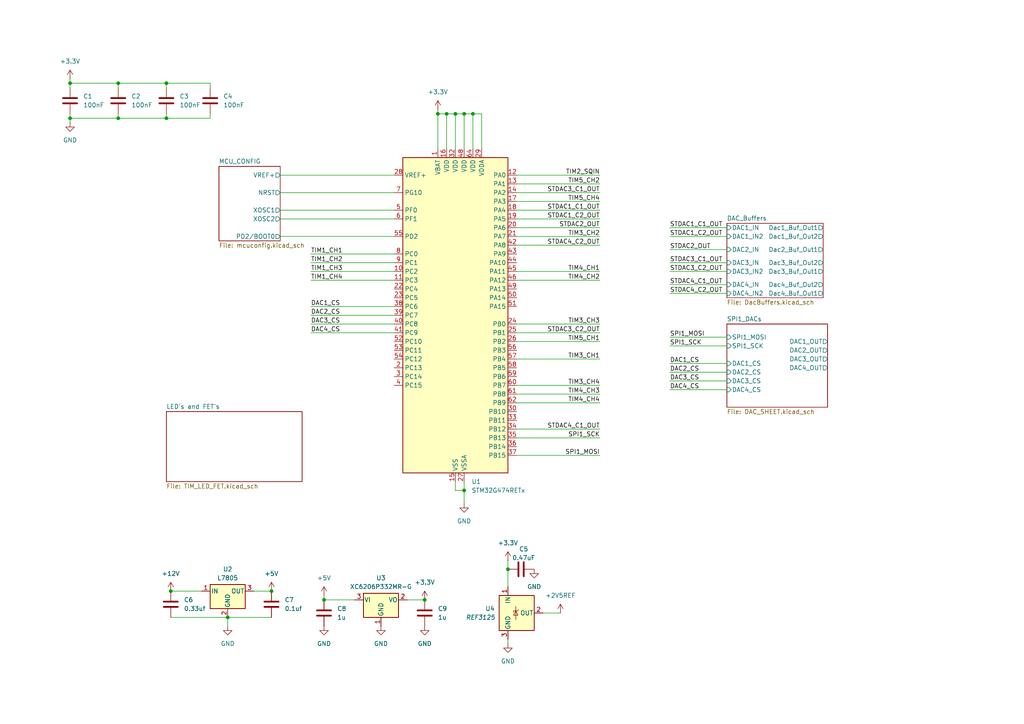
<source format=kicad_sch>
(kicad_sch (version 20250114) (generator "eeschema") (generator_version "9.0")
  (paper "A4")
  (lib_symbols
    (symbol "Device:C" (pin_numbers (hide yes)) (pin_names (offset 0.254))
      (property "Reference" "C" (at 0.635 2.54 0))
      (property "Value" "C" (at 0.635 -2.54 0))
      (symbol "C_0_1"
        (polyline (pts (xy -2.032 0.762) (xy 2.032 0.762)) (stroke (width 0.508)))
        (polyline (pts (xy -2.032 -0.762) (xy 2.032 -0.762)) (stroke (width 0.508)))
      )
      (symbol "C_1_1"
        (pin passive line (at 0 3.81 270) (length 2.794) (name "~") (number "1"))
        (pin passive line (at 0 -3.81 90) (length 2.794) (name "~") (number "2"))
      )
    )
    (symbol "MCU_ST_STM32G4:STM32G474RETx"
      (property "Reference" "U" (at -15.24 46.99 0))
      (property "Value" "STM32G474RETx" (at 10.16 46.99 0))
      (symbol "STM32G474RETx_0_1"
        (rectangle (start -15.24 -45.72) (end 15.24 45.72) (stroke (width 0.254)) (fill (type background)))
      )
      (symbol "STM32G474RETx_1_1"
        (pin input line (at -17.78 40.64 0) (length 2.54) (name "VREF+") (number "28"))
        (pin bidirectional line (at -17.78 35.56 0) (length 2.54) (name "PG10") (number "7"))
        (pin bidirectional line (at -17.78 30.48 0) (length 2.54) (name "PF0") (number "5"))
        (pin bidirectional line (at -17.78 27.94 0) (length 2.54) (name "PF1") (number "6"))
        (pin bidirectional line (at -17.78 22.86 0) (length 2.54) (name "PD2") (number "55"))
        (pin bidirectional line (at -17.78 17.78 0) (length 2.54) (name "PC0") (number "8"))
        (pin bidirectional line (at -17.78 15.24 0) (length 2.54) (name "PC1") (number "9"))
        (pin bidirectional line (at -17.78 12.7 0) (length 2.54) (name "PC2") (number "10"))
        (pin bidirectional line (at -17.78 10.16 0) (length 2.54) (name "PC3") (number "11"))
        (pin bidirectional line (at -17.78 7.62 0) (length 2.54) (name "PC4") (number "22"))
        (pin bidirectional line (at -17.78 5.08 0) (length 2.54) (name "PC5") (number "23"))
        (pin bidirectional line (at -17.78 2.54 0) (length 2.54) (name "PC6") (number "38"))
        (pin bidirectional line (at -17.78 0 0) (length 2.54) (name "PC7") (number "39"))
        (pin bidirectional line (at -17.78 -2.54 0) (length 2.54) (name "PC8") (number "40"))
        (pin bidirectional line (at -17.78 -5.08 0) (length 2.54) (name "PC9") (number "41"))
        (pin bidirectional line (at -17.78 -7.62 0) (length 2.54) (name "PC10") (number "52"))
        (pin bidirectional line (at -17.78 -10.16 0) (length 2.54) (name "PC11") (number "53"))
        (pin bidirectional line (at -17.78 -12.7 0) (length 2.54) (name "PC12") (number "54"))
        (pin bidirectional line (at -17.78 -15.24 0) (length 2.54) (name "PC13") (number "2"))
        (pin bidirectional line (at -17.78 -17.78 0) (length 2.54) (name "PC14") (number "3"))
        (pin bidirectional line (at -17.78 -20.32 0) (length 2.54) (name "PC15") (number "4"))
        (pin power_in line (at -5.08 48.26 270) (length 2.54) (name "VBAT") (number "1"))
        (pin power_in line (at -2.54 48.26 270) (length 2.54) (name "VDD") (number "16"))
        (pin power_in line (at 0 48.26 270) (length 2.54) (name "VDD") (number "32"))
        (pin power_in line (at 0 -48.26 90) (length 2.54) (name "VSS") (number "15"))
        (pin passive line (at 0 -48.26 90) (length 2.54) (hide yes) (name "VSS") (number "31"))
        (pin passive line (at 0 -48.26 90) (length 2.54) (hide yes) (name "VSS") (number "47"))
        (pin passive line (at 0 -48.26 90) (length 2.54) (hide yes) (name "VSS") (number "63"))
        (pin power_in line (at 2.54 48.26 270) (length 2.54) (name "VDD") (number "48"))
        (pin power_in line (at 2.54 -48.26 90) (length 2.54) (name "VSSA") (number "27"))
        (pin power_in line (at 5.08 48.26 270) (length 2.54) (name "VDD") (number "64"))
        (pin power_in line (at 7.62 48.26 270) (length 2.54) (name "VDDA") (number "29"))
        (pin bidirectional line (at 17.78 40.64 180) (length 2.54) (name "PA0") (number "12"))
        (pin bidirectional line (at 17.78 38.1 180) (length 2.54) (name "PA1") (number "13"))
        (pin bidirectional line (at 17.78 35.56 180) (length 2.54) (name "PA2") (number "14"))
        (pin bidirectional line (at 17.78 33.02 180) (length 2.54) (name "PA3") (number "17"))
        (pin bidirectional line (at 17.78 30.48 180) (length 2.54) (name "PA4") (number "18"))
        (pin bidirectional line (at 17.78 27.94 180) (length 2.54) (name "PA5") (number "19"))
        (pin bidirectional line (at 17.78 25.4 180) (length 2.54) (name "PA6") (number "20"))
        (pin bidirectional line (at 17.78 22.86 180) (length 2.54) (name "PA7") (number "21"))
        (pin bidirectional line (at 17.78 20.32 180) (length 2.54) (name "PA8") (number "42"))
        (pin bidirectional line (at 17.78 17.78 180) (length 2.54) (name "PA9") (number "43"))
        (pin bidirectional line (at 17.78 15.24 180) (length 2.54) (name "PA10") (number "44"))
        (pin bidirectional line (at 17.78 12.7 180) (length 2.54) (name "PA11") (number "45"))
        (pin bidirectional line (at 17.78 10.16 180) (length 2.54) (name "PA12") (number "46"))
        (pin bidirectional line (at 17.78 7.62 180) (length 2.54) (name "PA13") (number "49"))
        (pin bidirectional line (at 17.78 5.08 180) (length 2.54) (name "PA14") (number "50"))
        (pin bidirectional line (at 17.78 2.54 180) (length 2.54) (name "PA15") (number "51"))
        (pin bidirectional line (at 17.78 -2.54 180) (length 2.54) (name "PB0") (number "24"))
        (pin bidirectional line (at 17.78 -5.08 180) (length 2.54) (name "PB1") (number "25"))
        (pin bidirectional line (at 17.78 -7.62 180) (length 2.54) (name "PB2") (number "26"))
        (pin bidirectional line (at 17.78 -10.16 180) (length 2.54) (name "PB3") (number "56"))
        (pin bidirectional line (at 17.78 -12.7 180) (length 2.54) (name "PB4") (number "57"))
        (pin bidirectional line (at 17.78 -15.24 180) (length 2.54) (name "PB5") (number "58"))
        (pin bidirectional line (at 17.78 -17.78 180) (length 2.54) (name "PB6") (number "59"))
        (pin bidirectional line (at 17.78 -20.32 180) (length 2.54) (name "PB7") (number "60"))
        (pin bidirectional line (at 17.78 -22.86 180) (length 2.54) (name "PB8") (number "61"))
        (pin bidirectional line (at 17.78 -25.4 180) (length 2.54) (name "PB9") (number "62"))
        (pin bidirectional line (at 17.78 -27.94 180) (length 2.54) (name "PB10") (number "30"))
        (pin bidirectional line (at 17.78 -30.48 180) (length 2.54) (name "PB11") (number "33"))
        (pin bidirectional line (at 17.78 -33.02 180) (length 2.54) (name "PB12") (number "34"))
        (pin bidirectional line (at 17.78 -35.56 180) (length 2.54) (name "PB13") (number "35"))
        (pin bidirectional line (at 17.78 -38.1 180) (length 2.54) (name "PB14") (number "36"))
        (pin bidirectional line (at 17.78 -40.64 180) (length 2.54) (name "PB15") (number "37"))
      )
    )
    (symbol "Reference_Voltage:REF3025" (pin_names (offset 0.254))
      (property "Reference" "U" (at 0 6.35 0))
      (property "Value" "REF3025" (at 2.54 -6.35 0))
      (symbol "REF3025_0_1"
        (rectangle (start -5.08 5.08) (end 5.08 -5.08) (stroke (width 0.254)) (fill (type background)))
        (polyline (pts (xy -0.889 -0.635) (xy 0.381 -0.635) (xy -0.254 0.635) (xy -0.889 -0.635)))
        (polyline (pts (xy -0.254 1.905) (xy -0.254 -1.905)))
        (polyline (pts (xy 0.381 1.016) (xy 0.381 0.635) (xy -0.889 0.635) (xy -0.889 0.254)))
      )
      (symbol "REF3025_1_1"
        (pin power_in line (at -2.54 7.62 270) (length 2.54) (name "IN") (number "1"))
        (pin power_in line (at -2.54 -7.62 90) (length 2.54) (name "GND") (number "3"))
        (pin power_out line (at 7.62 0 180) (length 2.54) (name "OUT") (number "2"))
      )
    )
    (symbol "Regulator_Linear:L7805" (pin_names (offset 0.254))
      (property "Reference" "U" (at -3.81 3.175 0))
      (property "Value" "L7805" (at 0 3.175 0))
      (symbol "L7805_0_1"
        (rectangle (start -5.08 1.905) (end 5.08 -5.08) (stroke (width 0.254)) (fill (type background)))
      )
      (symbol "L7805_1_1"
        (pin power_in line (at -7.62 0 0) (length 2.54) (name "IN") (number "1"))
        (pin power_in line (at 0 -7.62 90) (length 2.54) (name "GND") (number "2"))
        (pin power_out line (at 7.62 0 180) (length 2.54) (name "OUT") (number "3"))
      )
    )
    (symbol "Regulator_Linear:XC6206PxxxMR" (pin_names (offset 0.254))
      (property "Reference" "U" (at -3.81 3.175 0))
      (property "Value" "XC6206PxxxMR" (at 0 3.175 0))
      (symbol "XC6206PxxxMR_0_1"
        (rectangle (start -5.08 1.905) (end 5.08 -5.08) (stroke (width 0.254)) (fill (type background)))
      )
      (symbol "XC6206PxxxMR_1_1"
        (pin power_in line (at -7.62 0 0) (length 2.54) (name "VI") (number "3"))
        (pin power_in line (at 0 -7.62 90) (length 2.54) (name "GND") (number "1"))
        (pin power_out line (at 7.62 0 180) (length 2.54) (name "VO") (number "2"))
      )
    )
    (symbol "power:+12V" (power) (pin_numbers (hide yes)) (pin_names (offset 0) (hide yes))
      (property "Value" "+12V" (at 0 3.556 0))
      (symbol "+12V_0_1"
        (polyline (pts (xy -0.762 1.27) (xy 0 2.54)))
        (polyline (pts (xy 0 2.54) (xy 0.762 1.27)))
        (polyline (pts (xy 0 0) (xy 0 2.54)))
      )
      (symbol "+12V_1_1"
        (pin power_in line (at 0 0 90) (length 0) (name "~") (number "1"))
      )
    )
    (symbol "power:+2V5" (power) (pin_numbers (hide yes)) (pin_names (offset 0) (hide yes))
      (property "Value" "+2V5" (at 0 3.556 0))
      (symbol "+2V5_0_1"
        (polyline (pts (xy -0.762 1.27) (xy 0 2.54)))
        (polyline (pts (xy 0 2.54) (xy 0.762 1.27)))
        (polyline (pts (xy 0 0) (xy 0 2.54)))
      )
      (symbol "+2V5_1_1"
        (pin power_in line (at 0 0 90) (length 0) (name "~") (number "1"))
      )
    )
    (symbol "power:+3.3V" (power) (pin_numbers (hide yes)) (pin_names (offset 0) (hide yes))
      (property "Value" "+3.3V" (at 0 3.556 0))
      (symbol "+3.3V_0_1"
        (polyline (pts (xy -0.762 1.27) (xy 0 2.54)))
        (polyline (pts (xy 0 2.54) (xy 0.762 1.27)))
        (polyline (pts (xy 0 0) (xy 0 2.54)))
      )
      (symbol "+3.3V_1_1"
        (pin power_in line (at 0 0 90) (length 0) (name "~") (number "1"))
      )
    )
    (symbol "power:+5V" (power) (pin_numbers (hide yes)) (pin_names (offset 0) (hide yes))
      (property "Value" "+5V" (at 0 3.556 0))
      (symbol "+5V_0_1"
        (polyline (pts (xy -0.762 1.27) (xy 0 2.54)))
        (polyline (pts (xy 0 2.54) (xy 0.762 1.27)))
        (polyline (pts (xy 0 0) (xy 0 2.54)))
      )
      (symbol "+5V_1_1"
        (pin power_in line (at 0 0 90) (length 0) (name "~") (number "1"))
      )
    )
    (symbol "power:GND" (power) (pin_numbers (hide yes)) (pin_names (offset 0) (hide yes))
      (property "Value" "GND" (at 0 -3.81 0))
      (symbol "GND_0_1"
        (polyline (pts (xy 0 0) (xy 0 -1.27) (xy 1.27 -1.27) (xy 0 -2.54) (xy -1.27 -1.27) (xy 0 -1.27)))
      )
      (symbol "GND_1_1"
        (pin power_in line (at 0 0 270) (length 0) (name "~") (number "1"))
      )
    )
  )
  (junction (at 134.62 142.24))
  (junction (at 34.29 34.29))
  (junction (at 48.26 24.13))
  (junction (at 20.32 24.13))
  (junction (at 132.08 33.02))
  (junction (at 147.32 165.1))
  (junction (at 123.19 173.99))
  (junction (at 129.54 33.02))
  (junction (at 34.29 24.13))
  (junction (at 127 33.02))
  (junction (at 66.04 179.07))
  (junction (at 137.16 33.02))
  (junction (at 20.32 34.29))
  (junction (at 134.62 33.02))
  (junction (at 48.26 34.29))
  (junction (at 49.53 171.45))
  (junction (at 93.98 173.99))
  (junction (at 78.74 171.45))
  (wire (pts (xy 147.32 165.1) (xy 147.32 170.18)))
  (wire (pts (xy 149.86 116.84) (xy 173.99 116.84)))
  (wire (pts (xy 129.54 33.02) (xy 132.08 33.02)))
  (wire (pts (xy 20.32 34.29) (xy 20.32 33.02)))
  (wire (pts (xy 194.31 82.55) (xy 210.82 82.55)))
  (wire (pts (xy 102.87 173.99) (xy 93.98 173.99)))
  (wire (pts (xy 194.31 68.58) (xy 210.82 68.58)))
  (wire (pts (xy 34.29 33.02) (xy 34.29 34.29)))
  (wire (pts (xy 90.17 78.74) (xy 114.3 78.74)))
  (wire (pts (xy 93.98 172.72) (xy 93.98 173.99)))
  (wire (pts (xy 134.62 142.24) (xy 134.62 139.7)))
  (wire (pts (xy 194.31 105.41) (xy 210.82 105.41)))
  (wire (pts (xy 48.26 24.13) (xy 60.96 24.13)))
  (wire (pts (xy 194.31 85.09) (xy 210.82 85.09)))
  (wire (pts (xy 134.62 146.05) (xy 134.62 142.24)))
  (wire (pts (xy 90.17 91.44) (xy 114.3 91.44)))
  (wire (pts (xy 137.16 33.02) (xy 134.62 33.02)))
  (wire (pts (xy 81.28 50.8) (xy 114.3 50.8)))
  (wire (pts (xy 149.86 111.76) (xy 173.99 111.76)))
  (wire (pts (xy 60.96 33.02) (xy 60.96 34.29)))
  (wire (pts (xy 20.32 24.13) (xy 34.29 24.13)))
  (wire (pts (xy 20.32 22.86) (xy 20.32 24.13)))
  (wire (pts (xy 48.26 34.29) (xy 34.29 34.29)))
  (wire (pts (xy 149.86 60.96) (xy 173.99 60.96)))
  (wire (pts (xy 210.82 78.74) (xy 194.31 78.74)))
  (wire (pts (xy 118.11 173.99) (xy 123.19 173.99)))
  (wire (pts (xy 20.32 35.56) (xy 20.32 34.29)))
  (wire (pts (xy 210.82 76.2) (xy 194.31 76.2)))
  (wire (pts (xy 48.26 33.02) (xy 48.26 34.29)))
  (wire (pts (xy 147.32 162.56) (xy 147.32 165.1)))
  (wire (pts (xy 81.28 68.58) (xy 114.3 68.58)))
  (wire (pts (xy 139.7 33.02) (xy 137.16 33.02)))
  (wire (pts (xy 149.86 66.04) (xy 173.99 66.04)))
  (wire (pts (xy 149.86 132.08) (xy 173.99 132.08)))
  (wire (pts (xy 66.04 179.07) (xy 78.74 179.07)))
  (wire (pts (xy 194.31 110.49) (xy 210.82 110.49)))
  (wire (pts (xy 90.17 88.9) (xy 114.3 88.9)))
  (wire (pts (xy 132.08 139.7) (xy 132.08 142.24)))
  (wire (pts (xy 149.86 50.8) (xy 173.99 50.8)))
  (wire (pts (xy 149.86 63.5) (xy 173.99 63.5)))
  (wire (pts (xy 149.86 104.14) (xy 173.99 104.14)))
  (wire (pts (xy 134.62 43.18) (xy 134.62 33.02)))
  (wire (pts (xy 60.96 34.29) (xy 48.26 34.29)))
  (wire (pts (xy 149.86 96.52) (xy 173.99 96.52)))
  (wire (pts (xy 49.53 179.07) (xy 66.04 179.07)))
  (wire (pts (xy 149.86 53.34) (xy 173.99 53.34)))
  (wire (pts (xy 194.31 66.04) (xy 210.82 66.04)))
  (wire (pts (xy 210.82 97.79) (xy 194.31 97.79)))
  (wire (pts (xy 48.26 24.13) (xy 48.26 25.4)))
  (wire (pts (xy 194.31 107.95) (xy 210.82 107.95)))
  (wire (pts (xy 194.31 72.39) (xy 210.82 72.39)))
  (wire (pts (xy 34.29 24.13) (xy 48.26 24.13)))
  (wire (pts (xy 127 33.02) (xy 127 43.18)))
  (wire (pts (xy 137.16 43.18) (xy 137.16 33.02)))
  (wire (pts (xy 149.86 68.58) (xy 173.99 68.58)))
  (wire (pts (xy 129.54 43.18) (xy 129.54 33.02)))
  (wire (pts (xy 81.28 55.88) (xy 114.3 55.88)))
  (wire (pts (xy 90.17 81.28) (xy 114.3 81.28)))
  (wire (pts (xy 73.66 171.45) (xy 78.74 171.45)))
  (wire (pts (xy 134.62 33.02) (xy 132.08 33.02)))
  (wire (pts (xy 149.86 124.46) (xy 173.99 124.46)))
  (wire (pts (xy 149.86 58.42) (xy 173.99 58.42)))
  (wire (pts (xy 81.28 60.96) (xy 114.3 60.96)))
  (wire (pts (xy 90.17 76.2) (xy 114.3 76.2)))
  (wire (pts (xy 127 33.02) (xy 129.54 33.02)))
  (wire (pts (xy 49.53 171.45) (xy 58.42 171.45)))
  (wire (pts (xy 210.82 100.33) (xy 194.31 100.33)))
  (wire (pts (xy 149.86 99.06) (xy 173.99 99.06)))
  (wire (pts (xy 149.86 78.74) (xy 173.99 78.74)))
  (wire (pts (xy 194.31 113.03) (xy 210.82 113.03)))
  (wire (pts (xy 60.96 25.4) (xy 60.96 24.13)))
  (wire (pts (xy 66.04 181.61) (xy 66.04 179.07)))
  (wire (pts (xy 157.48 177.8) (xy 162.56 177.8)))
  (wire (pts (xy 127 31.75) (xy 127 33.02)))
  (wire (pts (xy 90.17 93.98) (xy 114.3 93.98)))
  (wire (pts (xy 34.29 34.29) (xy 20.32 34.29)))
  (wire (pts (xy 149.86 71.12) (xy 173.99 71.12)))
  (wire (pts (xy 20.32 24.13) (xy 20.32 25.4)))
  (wire (pts (xy 149.86 55.88) (xy 173.99 55.88)))
  (wire (pts (xy 147.32 186.69) (xy 147.32 185.42)))
  (wire (pts (xy 90.17 73.66) (xy 114.3 73.66)))
  (wire (pts (xy 149.86 93.98) (xy 173.99 93.98)))
  (wire (pts (xy 132.08 142.24) (xy 134.62 142.24)))
  (wire (pts (xy 149.86 114.3) (xy 173.99 114.3)))
  (wire (pts (xy 149.86 127) (xy 173.99 127)))
  (wire (pts (xy 90.17 96.52) (xy 114.3 96.52)))
  (wire (pts (xy 149.86 81.28) (xy 173.99 81.28)))
  (wire (pts (xy 132.08 43.18) (xy 132.08 33.02)))
  (wire (pts (xy 34.29 24.13) (xy 34.29 25.4)))
  (wire (pts (xy 81.28 63.5) (xy 114.3 63.5)))
  (wire (pts (xy 139.7 43.18) (xy 139.7 33.02)))
  (label "STDAC3_C2_OUT" (at 194.31 78.74 0))
  (label "TIM1_CH3" (at 90.17 78.74 0))
  (label "STDAC4_C1_OUT" (at 173.99 124.46 180))
  (label "TIM5_CH4" (at 173.99 58.42 180))
  (label "STDAC3_C2_OUT" (at 173.99 96.52 180))
  (label "SPI1_MOSI" (at 173.99 132.08 180))
  (label "SPI1_SCK" (at 194.31 100.33 0))
  (label "STDAC3_C1_OUT" (at 173.99 55.88 180))
  (label "TIM3_CH4" (at 173.99 111.76 180))
  (label "TIM4_CH3" (at 173.99 114.3 180))
  (label "STDAC1_C1_OUT" (at 173.99 60.96 180))
  (label "STDAC2_OUT" (at 173.99 66.04 180))
  (label "STDAC4_C2_OUT" (at 173.99 71.12 180))
  (label "TIM4_CH4" (at 173.99 116.84 180))
  (label "SPI1_MOSI" (at 194.31 97.79 0))
  (label "DAC4_CS" (at 194.31 113.03 0))
  (label "TIM3_CH1" (at 173.99 104.14 180))
  (label "TIM5_CH2" (at 173.99 53.34 180))
  (label "STDAC4_C2_OUT" (at 194.31 85.09 0))
  (label "TIM4_CH1" (at 173.99 78.74 180))
  (label "TIM3_CH2" (at 173.99 68.58 180))
  (label "STDAC2_OUT" (at 194.31 72.39 0))
  (label "STDAC3_C1_OUT" (at 194.31 76.2 0))
  (label "DAC2_CS" (at 194.31 107.95 0))
  (label "DAC3_CS" (at 194.31 110.49 0))
  (label "STDAC4_C1_OUT" (at 194.31 82.55 0))
  (label "DAC2_CS" (at 90.17 91.44 0))
  (label "DAC4_CS" (at 90.17 96.52 0))
  (label "TIM1_CH1" (at 90.17 73.66 0))
  (label "TIM1_CH2" (at 90.17 76.2 0))
  (label "SPI1_SCK" (at 173.99 127 180))
  (label "TIM4_CH2" (at 173.99 81.28 180))
  (label "STDAC1_C1_OUT" (at 194.31 66.04 0))
  (label "DAC3_CS" (at 90.17 93.98 0))
  (label "TIM2_SQIN" (at 173.99 50.8 180))
  (label "DAC1_CS" (at 90.17 88.9 0))
  (label "TIM3_CH3" (at 173.99 93.98 180))
  (label "DAC1_CS" (at 194.31 105.41 0))
  (label "TIM5_CH1" (at 173.99 99.06 180))
  (label "TIM1_CH4" (at 90.17 81.28 0))
  (label "STDAC1_C2_OUT" (at 194.31 68.58 0))
  (label "STDAC1_C2_OUT" (at 173.99 63.5 180))
  (symbol (lib_id "Device:C") (at 78.74 175.26 180) (unit 1)
    (property "Reference" "C7" (at 82.55 173.9899 0) (effects (justify right)))
    (property "Value" "0.1uf" (at 82.55 176.5299 0) (effects (justify right)))
    (property "Footprint" "Capacitor_SMD:C_0603_1608Metric" (effects (hide yes)))
    (property "Description" "Unpolarized capacitor" (effects (hide yes)))
  )
  (symbol (lib_id "Reference_Voltage:REF3025") (at 149.86 177.8 0) (unit 1)
    (property "Reference" "U4" (at 143.51 176.5299 0) (effects (justify right)))
    (property "Value" "REF3125" (at 143.51 179.0699 0) (effects (font (italic yes)) (justify right)))
    (property "Footprint" "Package_TO_SOT_SMD:SOT-23" (effects (hide yes)))
    (property "Datasheet" "http://www.ti.com/lit/ds/symlink/ref3033.pdf" (effects (hide yes)))
    (property "Description" "2.500V 50-ppm/°C Max, 50-μA, CMOS Voltage Reference, SOT-23-3" (effects (hide yes)))
  )
  (symbol (lib_id "power:+3.3V") (at 127 31.75 0) (unit 1)
    (property "Reference" "#PWR02" (effects (hide yes)))
    (property "Value" "+3.3V" (at 127 26.67 0))
    (property "Description" "Power symbol creates a global label with name \"+3.3V\"" (effects (hide yes)))
  )
  (symbol (lib_id "power:GND") (at 154.94 165.1 0) (unit 1)
    (property "Reference" "#PWR06" (effects (hide yes)))
    (property "Value" "GND" (at 154.94 170.18 0))
    (property "Description" "Power symbol creates a global label with name \"GND\" , ground" (effects (hide yes)))
  )
  (symbol (lib_id "power:GND") (at 66.04 181.61 0) (unit 1)
    (property "Reference" "#PWR012" (effects (hide yes)))
    (property "Value" "GND" (at 66.04 186.69 0))
    (property "Description" "Power symbol creates a global label with name \"GND\" , ground" (effects (hide yes)))
  )
  (symbol (lib_id "power:GND") (at 147.32 186.69 0) (unit 1)
    (property "Reference" "#PWR016" (effects (hide yes)))
    (property "Value" "GND" (at 147.32 191.77 0))
    (property "Description" "Power symbol creates a global label with name \"GND\" , ground" (effects (hide yes)))
  )
  (symbol (lib_id "power:+12V") (at 49.53 171.45 0) (unit 1)
    (property "Reference" "#PWR07" (effects (hide yes)))
    (property "Value" "+12V" (at 49.53 166.37 0))
    (property "Description" "Power symbol creates a global label with name \"+12V\"" (effects (hide yes)))
  )
  (symbol (lib_id "power:+2V5") (at 162.56 177.8 0) (unit 1)
    (property "Reference" "#PWR011" (effects (hide yes)))
    (property "Value" "+2V5REF" (at 162.56 172.72 0))
    (property "Description" "Power symbol creates a global label with name \"+2V5\"" (effects (hide yes)))
  )
  (symbol (lib_id "Regulator_Linear:XC6206PxxxMR") (at 110.49 173.99 0) (unit 1)
    (property "Reference" "U3" (at 110.49 167.64 0))
    (property "Value" "XC6206P332MR-G" (at 110.49 170.18 0))
    (property "Footprint" "Package_TO_SOT_SMD:SOT-23-3" (effects (hide yes)))
    (property "Datasheet" "https://www.torexsemi.com/file/xc6206/XC6206.pdf" (effects (hide yes)))
    (property "Description" "Positive 60-250mA Low Dropout Regulator, Fixed Output, SOT-23" (effects (hide yes)))
  )
  (symbol (lib_id "Regulator_Linear:L7805") (at 66.04 171.45 0) (unit 1)
    (property "Reference" "U2" (at 66.04 165.1 0))
    (property "Value" "L7805" (at 66.04 167.64 0))
    (property "Footprint" "Package_TO_SOT_SMD:TO-252-2" (effects (hide yes)))
    (property "Datasheet" "http://www.st.com/content/ccc/resource/technical/document/datasheet/41/4f/b3/b0/12/d4/47/88/CD00000444.pdf/files/CD00000444.pdf/jcr:content/translations/en.CD00000444.pdf" (effects (hide yes)))
    (property "Description" "Positive 1.5A 35V Linear Regulator, Fixed Output 5V, TO-220/TO-263/TO-252" (effects (hide yes)))
  )
  (symbol (lib_id "power:+3.3V") (at 20.32 22.86 0) (unit 1)
    (property "Reference" "#PWR01" (effects (hide yes)))
    (property "Value" "+3.3V" (at 20.32 17.78 0))
    (property "Description" "Power symbol creates a global label with name \"+3.3V\"" (effects (hide yes)))
  )
  (symbol (lib_id "power:+5V") (at 93.98 172.72 0) (unit 1)
    (property "Reference" "#PWR09" (effects (hide yes)))
    (property "Value" "+5V" (at 93.98 167.64 0))
    (property "Description" "Power symbol creates a global label with name \"+5V\"" (effects (hide yes)))
  )
  (symbol (lib_id "power:GND") (at 20.32 35.56 0) (unit 1)
    (property "Reference" "#PWR03" (effects (hide yes)))
    (property "Value" "GND" (at 20.32 40.64 0))
    (property "Description" "Power symbol creates a global label with name \"GND\" , ground" (effects (hide yes)))
  )
  (symbol (lib_id "power:GND") (at 93.98 181.61 0) (unit 1)
    (property "Reference" "#PWR013" (effects (hide yes)))
    (property "Value" "GND" (at 93.98 186.69 0))
    (property "Description" "Power symbol creates a global label with name \"GND\" , ground" (effects (hide yes)))
  )
  (symbol (lib_id "Device:C") (at 20.32 29.21 180) (unit 1)
    (property "Reference" "C1" (at 24.13 27.9399 0) (effects (justify right)))
    (property "Value" "100nF" (at 24.13 30.4799 0) (effects (justify right)))
    (property "Footprint" "Capacitor_SMD:C_0603_1608Metric" (effects (hide yes)))
    (property "Description" "Unpolarized capacitor" (effects (hide yes)))
  )
  (symbol (lib_id "power:+3.3V") (at 147.32 162.56 0) (unit 1)
    (property "Reference" "#PWR05" (effects (hide yes)))
    (property "Value" "+3.3V" (at 147.32 157.48 0))
    (property "Description" "Power symbol creates a global label with name \"+3.3V\"" (effects (hide yes)))
  )
  (symbol (lib_id "power:GND") (at 123.19 181.61 0) (unit 1)
    (property "Reference" "#PWR015" (effects (hide yes)))
    (property "Value" "GND" (at 123.19 186.69 0))
    (property "Description" "Power symbol creates a global label with name \"GND\" , ground" (effects (hide yes)))
  )
  (symbol (lib_id "Device:C") (at 60.96 29.21 180) (unit 1)
    (property "Reference" "C4" (at 64.77 27.9399 0) (effects (justify right)))
    (property "Value" "100nF" (at 64.77 30.4799 0) (effects (justify right)))
    (property "Footprint" "Capacitor_SMD:C_0603_1608Metric" (effects (hide yes)))
    (property "Description" "Unpolarized capacitor" (effects (hide yes)))
  )
  (symbol (lib_id "Device:C") (at 48.26 29.21 180) (unit 1)
    (property "Reference" "C3" (at 52.07 27.9399 0) (effects (justify right)))
    (property "Value" "100nF" (at 52.07 30.4799 0) (effects (justify right)))
    (property "Footprint" "Capacitor_SMD:C_0603_1608Metric" (effects (hide yes)))
    (property "Description" "Unpolarized capacitor" (effects (hide yes)))
  )
  (symbol (lib_id "power:GND") (at 134.62 146.05 0) (unit 1)
    (property "Reference" "#PWR04" (effects (hide yes)))
    (property "Value" "GND" (at 134.62 151.13 0))
    (property "Description" "Power symbol creates a global label with name \"GND\" , ground" (effects (hide yes)))
  )
  (symbol (lib_id "Device:C") (at 151.13 165.1 90) (unit 1)
    (property "Reference" "C5" (at 151.892 159.258 90))
    (property "Value" "0.47uF" (at 151.892 161.798 90))
    (property "Footprint" "Capacitor_SMD:C_0603_1608Metric" (effects (hide yes)))
    (property "Description" "Unpolarized capacitor" (effects (hide yes)))
  )
  (symbol (lib_id "Device:C") (at 49.53 175.26 180) (unit 1)
    (property "Reference" "C6" (at 53.34 173.9899 0) (effects (justify right)))
    (property "Value" "0.33uf" (at 53.34 176.5299 0) (effects (justify right)))
    (property "Footprint" "Capacitor_SMD:C_0603_1608Metric" (effects (hide yes)))
    (property "Description" "Unpolarized capacitor" (effects (hide yes)))
  )
  (symbol (lib_id "Device:C") (at 34.29 29.21 180) (unit 1)
    (property "Reference" "C2" (at 38.1 27.9399 0) (effects (justify right)))
    (property "Value" "100nF" (at 38.1 30.4799 0) (effects (justify right)))
    (property "Footprint" "Capacitor_SMD:C_0603_1608Metric" (effects (hide yes)))
    (property "Description" "Unpolarized capacitor" (effects (hide yes)))
  )
  (symbol (lib_id "Device:C") (at 93.98 177.8 180) (unit 1)
    (property "Reference" "C8" (at 97.79 176.5299 0) (effects (justify right)))
    (property "Value" "1u" (at 97.79 179.0699 0) (effects (justify right)))
    (property "Footprint" "Capacitor_SMD:C_0603_1608Metric" (effects (hide yes)))
    (property "Description" "Unpolarized capacitor" (effects (hide yes)))
  )
  (symbol (lib_id "power:+3.3V") (at 123.19 173.99 0) (unit 1)
    (property "Reference" "#PWR010" (effects (hide yes)))
    (property "Value" "+3.3V" (at 123.19 168.91 0))
    (property "Description" "Power symbol creates a global label with name \"+3.3V\"" (effects (hide yes)))
  )
  (symbol (lib_id "MCU_ST_STM32G4:STM32G474RETx") (at 132.08 91.44 0) (unit 1)
    (property "Reference" "U1" (at 136.7633 139.7 0) (effects (justify left)))
    (property "Value" "STM32G474RETx" (at 136.7633 142.24 0) (effects (justify left)))
    (property "Footprint" "Package_QFP:LQFP-64_10x10mm_P0.5mm" (effects (hide yes)))
    (property "Datasheet" "https://www.st.com/resource/en/datasheet/stm32g474re.pdf" (effects (hide yes)))
    (property "Description" "STMicroelectronics Arm Cortex-M4 MCU, 512KB flash, 128KB RAM, 170 MHz, 1.71-3.6V, 52 GPIO, LQFP64" (effects (hide yes)))
  )
  (symbol (lib_id "power:GND") (at 110.49 181.61 0) (unit 1)
    (property "Reference" "#PWR014" (effects (hide yes)))
    (property "Value" "GND" (at 110.49 186.69 0))
    (property "Description" "Power symbol creates a global label with name \"GND\" , ground" (effects (hide yes)))
  )
  (symbol (lib_id "power:+5V") (at 78.74 171.45 0) (unit 1)
    (property "Reference" "#PWR08" (effects (hide yes)))
    (property "Value" "+5V" (at 78.74 166.37 0))
    (property "Description" "Power symbol creates a global label with name \"+5V\"" (effects (hide yes)))
  )
  (symbol (lib_id "Device:C") (at 123.19 177.8 180) (unit 1)
    (property "Reference" "C9" (at 127 176.5299 0) (effects (justify right)))
    (property "Value" "1u" (at 127 179.0699 0) (effects (justify right)))
    (property "Footprint" "Capacitor_SMD:C_0603_1608Metric" (effects (hide yes)))
    (property "Description" "Unpolarized capacitor" (effects (hide yes)))
  )
  (sheet (at 210.82 93.98) (size 29.21 24.13) (stroke (width 0.1524))
    (property "Sheetname" "SPI1_DACs" (at 210.82 93.2684 0) (effects (justify left bottom)))
    (property "Sheetfile" "DAC_SHEET.kicad_sch" (at 210.82 118.6946 0) (effects (justify left top)))
    (pin "DAC3_CS" input (at 210.82 110.49 180))
    (pin "SPI1_MOSI" input (at 210.82 97.79 180))
    (pin "SPI1_SCK" input (at 210.82 100.33 180))
    (pin "DAC2_CS" input (at 210.82 107.95 180))
    (pin "DAC1_CS" input (at 210.82 105.41 180))
    (pin "DAC4_CS" input (at 210.82 113.03 180))
    (pin "DAC1_OUT" output (at 240.03 99.06 0))
    (pin "DAC2_OUT" output (at 240.03 101.6 0))
    (pin "DAC3_OUT" output (at 240.03 104.14 0))
    (pin "DAC4_OUT" output (at 240.03 106.68 0))
  )
  (sheet (at 210.82 64.77) (size 27.94 21.59) (stroke (width 0.1524))
    (property "Sheetname" "DAC_Buffers" (at 210.82 64.0584 0) (effects (justify left bottom)))
    (property "Sheetfile" "DacBuffers.kicad_sch" (at 210.82 86.9446 0) (effects (justify left top)))
    (pin "Dac1_Buf_Out1" output (at 238.76 66.04 0))
    (pin "Dac1_Buf_Out2" output (at 238.76 68.58 0))
    (pin "DAC1_IN" input (at 210.82 66.04 180))
    (pin "DAC1_IN2" input (at 210.82 68.58 180))
    (pin "Dac2_Buf_Out1" output (at 238.76 72.39 0))
    (pin "DAC2_IN" input (at 210.82 72.39 180))
    (pin "Dac3_Buf_Out1" output (at 238.76 78.74 0))
    (pin "Dac3_Buf_Out2" output (at 238.76 76.2 0))
    (pin "DAC3_IN" input (at 210.82 76.2 180))
    (pin "DAC3_IN2" input (at 210.82 78.74 180))
    (pin "Dac4_Buf_Out1" output (at 238.76 85.09 0))
    (pin "Dac4_Buf_Out2" output (at 238.76 82.55 0))
    (pin "DAC4_IN" input (at 210.82 82.55 180))
    (pin "DAC4_IN2" input (at 210.82 85.09 180))
  )
  (sheet (at 48.26 119.38) (size 39.37 20.32) (stroke (width 0.1524))
    (property "Sheetname" "LED's and FET's" (at 48.26 118.6684 0) (effects (justify left bottom)))
    (property "Sheetfile" "TIM_LED_FET.kicad_sch" (at 48.26 140.2846 0) (effects (justify left top)))
  )
  (sheet (at 63.5 48.26) (size 17.78 21.59) (stroke (width 0.1524))
    (property "Sheetname" "MCU_CONFIG" (at 63.5 47.5484 0) (effects (justify left bottom)))
    (property "Sheetfile" "mcuconfig.kicad_sch" (at 63.5 70.4346 0) (effects (justify left top)))
    (pin "PD2{slash}BOOT0" output (at 81.28 68.58 0))
    (pin "XOSC2" output (at 81.28 63.5 0))
    (pin "NRST" output (at 81.28 55.88 0))
    (pin "VREF+" output (at 81.28 50.8 0))
    (pin "XOSC1" output (at 81.28 60.96 0))
  )
)
</source>
